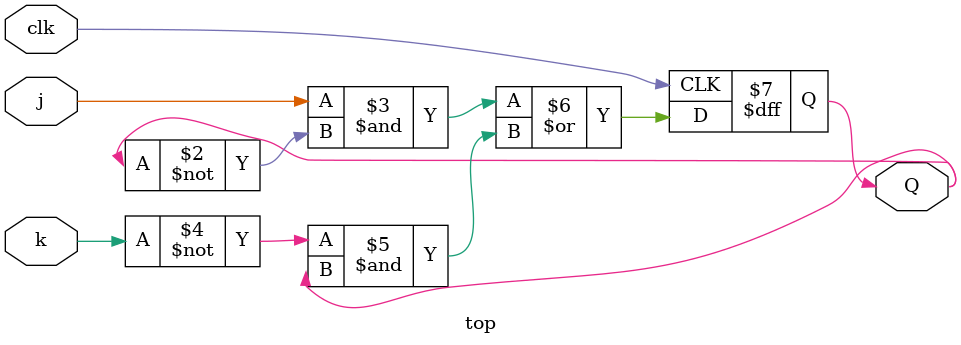
<source format=sv>
module top (
    input clk,
    input j,
    input k,
    output reg Q
);

always @(posedge clk) begin
    Q <= (j & ~Q) | (~k & Q);
end

endmodule

</source>
